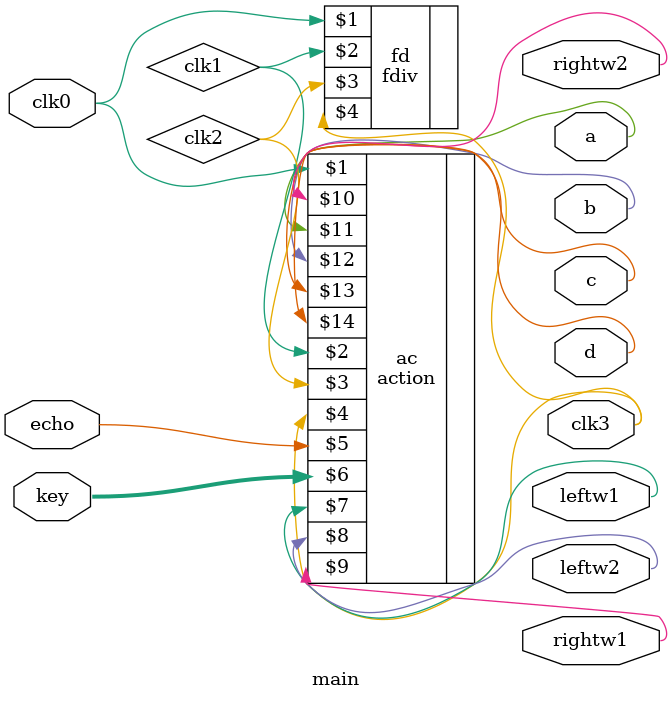
<source format=v>
module main(clk0, key, echo, leftw1, leftw2, rightw1, rightw2, clk3, a, b, c, d);
	input clk0;
	input [3:0]key;
	input echo;
	
	output wire leftw1, leftw2;
	output wire rightw1, rightw2;
	output wire clk3;
	output wire a, b, c, d;
	
	wire clk1, clk2;
	fdiv fd(clk0, clk1, clk2, clk3);

	//wire ssig;
	//ultrasound ul(clk0, echo, clk3, ssig);
	
	action ac(clk0, clk1, clk2, clk3, echo, key, leftw1, leftw2, rightw1, rightw2, a, b, c, d);
	
endmodule
</source>
